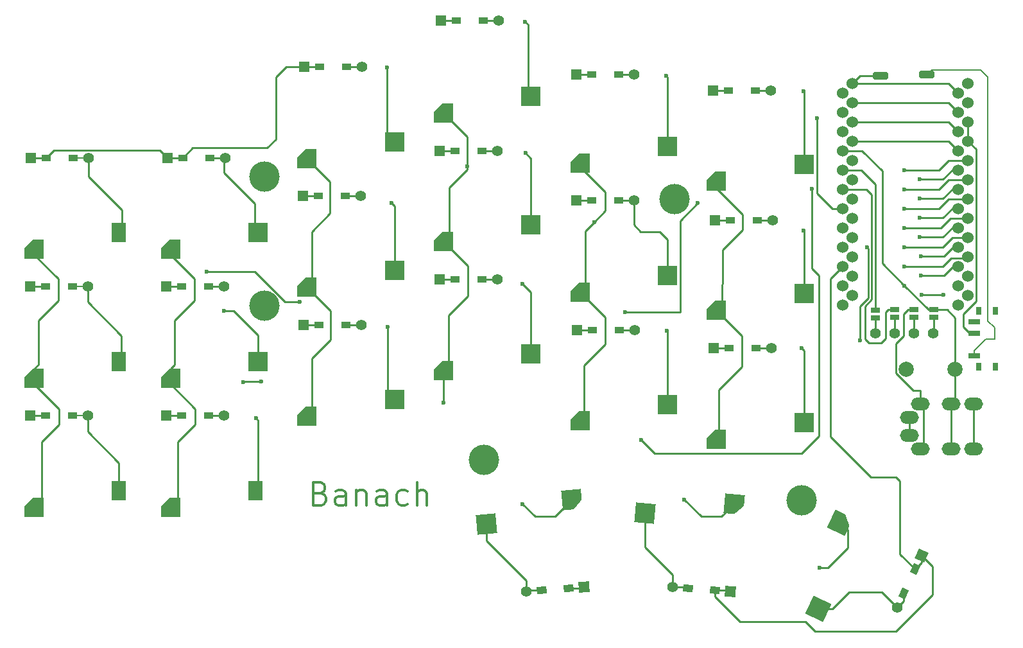
<source format=gtl>
%TF.GenerationSoftware,KiCad,Pcbnew,6.0.8-f2edbf62ab~116~ubuntu22.04.1*%
%TF.CreationDate,2022-10-26T10:02:15+11:00*%
%TF.ProjectId,banach,62616e61-6368-42e6-9b69-6361645f7063,rev1.0*%
%TF.SameCoordinates,Original*%
%TF.FileFunction,Copper,L1,Top*%
%TF.FilePolarity,Positive*%
%FSLAX46Y46*%
G04 Gerber Fmt 4.6, Leading zero omitted, Abs format (unit mm)*
G04 Created by KiCad (PCBNEW 6.0.8-f2edbf62ab~116~ubuntu22.04.1) date 2022-10-26 10:02:15*
%MOMM*%
%LPD*%
G01*
G04 APERTURE LIST*
G04 Aperture macros list*
%AMRoundRect*
0 Rectangle with rounded corners*
0 $1 Rounding radius*
0 $2 $3 $4 $5 $6 $7 $8 $9 X,Y pos of 4 corners*
0 Add a 4 corners polygon primitive as box body*
4,1,4,$2,$3,$4,$5,$6,$7,$8,$9,$2,$3,0*
0 Add four circle primitives for the rounded corners*
1,1,$1+$1,$2,$3*
1,1,$1+$1,$4,$5*
1,1,$1+$1,$6,$7*
1,1,$1+$1,$8,$9*
0 Add four rect primitives between the rounded corners*
20,1,$1+$1,$2,$3,$4,$5,0*
20,1,$1+$1,$4,$5,$6,$7,0*
20,1,$1+$1,$6,$7,$8,$9,0*
20,1,$1+$1,$8,$9,$2,$3,0*%
%AMRotRect*
0 Rectangle, with rotation*
0 The origin of the aperture is its center*
0 $1 length*
0 $2 width*
0 $3 Rotation angle, in degrees counterclockwise*
0 Add horizontal line*
21,1,$1,$2,0,0,$3*%
%AMOutline5P*
0 Free polygon, 5 corners , with rotation*
0 The origin of the aperture is its center*
0 number of corners: always 5*
0 $1 to $10 corner X, Y*
0 $11 Rotation angle, in degrees counterclockwise*
0 create outline with 5 corners*
4,1,5,$1,$2,$3,$4,$5,$6,$7,$8,$9,$10,$1,$2,$11*%
%AMOutline6P*
0 Free polygon, 6 corners , with rotation*
0 The origin of the aperture is its center*
0 number of corners: always 6*
0 $1 to $12 corner X, Y*
0 $13 Rotation angle, in degrees counterclockwise*
0 create outline with 6 corners*
4,1,6,$1,$2,$3,$4,$5,$6,$7,$8,$9,$10,$11,$12,$1,$2,$13*%
%AMOutline7P*
0 Free polygon, 7 corners , with rotation*
0 The origin of the aperture is its center*
0 number of corners: always 7*
0 $1 to $14 corner X, Y*
0 $15 Rotation angle, in degrees counterclockwise*
0 create outline with 7 corners*
4,1,7,$1,$2,$3,$4,$5,$6,$7,$8,$9,$10,$11,$12,$13,$14,$1,$2,$15*%
%AMOutline8P*
0 Free polygon, 8 corners , with rotation*
0 The origin of the aperture is its center*
0 number of corners: always 8*
0 $1 to $16 corner X, Y*
0 $17 Rotation angle, in degrees counterclockwise*
0 create outline with 8 corners*
4,1,8,$1,$2,$3,$4,$5,$6,$7,$8,$9,$10,$11,$12,$13,$14,$15,$16,$1,$2,$17*%
G04 Aperture macros list end*
%ADD10C,0.300000*%
%TA.AperFunction,NonConductor*%
%ADD11C,0.300000*%
%TD*%
%TA.AperFunction,ComponentPad*%
%ADD12R,1.397000X1.397000*%
%TD*%
%TA.AperFunction,SMDPad,CuDef*%
%ADD13R,1.300000X0.950000*%
%TD*%
%TA.AperFunction,ComponentPad*%
%ADD14C,1.397000*%
%TD*%
%TA.AperFunction,ComponentPad*%
%ADD15RotRect,1.397000X1.397000X185.000000*%
%TD*%
%TA.AperFunction,SMDPad,CuDef*%
%ADD16RotRect,1.300000X0.950000X185.000000*%
%TD*%
%TA.AperFunction,SMDPad,CuDef*%
%ADD17RotRect,1.300000X0.950000X175.000000*%
%TD*%
%TA.AperFunction,ComponentPad*%
%ADD18RotRect,1.397000X1.397000X175.000000*%
%TD*%
%TA.AperFunction,SMDPad,CuDef*%
%ADD19RotRect,1.300000X0.950000X245.000000*%
%TD*%
%TA.AperFunction,ComponentPad*%
%ADD20RotRect,1.397000X1.397000X245.000000*%
%TD*%
%TA.AperFunction,ComponentPad*%
%ADD21O,2.500000X1.700000*%
%TD*%
%TA.AperFunction,SMDPad,CuDef*%
%ADD22Outline5P,-1.300000X0.130000X-0.130000X1.300000X1.300000X1.300000X1.300000X-1.300000X-1.300000X-1.300000X0.000000*%
%TD*%
%TA.AperFunction,SMDPad,CuDef*%
%ADD23R,2.600000X2.600000*%
%TD*%
%TA.AperFunction,SMDPad,CuDef*%
%ADD24R,1.900000X2.600000*%
%TD*%
%TA.AperFunction,SMDPad,CuDef*%
%ADD25Outline5P,-1.300000X0.130000X-0.130000X1.300000X1.300000X1.300000X1.300000X-1.300000X-1.300000X-1.300000X185.000000*%
%TD*%
%TA.AperFunction,SMDPad,CuDef*%
%ADD26RotRect,2.600000X2.600000X185.000000*%
%TD*%
%TA.AperFunction,SMDPad,CuDef*%
%ADD27RotRect,2.600000X2.600000X175.000000*%
%TD*%
%TA.AperFunction,SMDPad,CuDef*%
%ADD28Outline5P,-1.300000X0.130000X-0.130000X1.300000X1.300000X1.300000X1.300000X-1.300000X-1.300000X-1.300000X175.000000*%
%TD*%
%TA.AperFunction,SMDPad,CuDef*%
%ADD29RotRect,2.600000X2.600000X245.000000*%
%TD*%
%TA.AperFunction,SMDPad,CuDef*%
%ADD30Outline5P,-1.300000X0.130000X-0.130000X1.300000X1.300000X1.300000X1.300000X-1.300000X-1.300000X-1.300000X245.000000*%
%TD*%
%TA.AperFunction,ComponentPad*%
%ADD31C,1.524000*%
%TD*%
%TA.AperFunction,SMDPad,CuDef*%
%ADD32R,1.143000X0.635000*%
%TD*%
%TA.AperFunction,ComponentPad*%
%ADD33C,2.000000*%
%TD*%
%TA.AperFunction,SMDPad,CuDef*%
%ADD34RoundRect,0.250000X-0.750000X0.250000X-0.750000X-0.250000X0.750000X-0.250000X0.750000X0.250000X0*%
%TD*%
%TA.AperFunction,SMDPad,CuDef*%
%ADD35R,0.800000X1.000000*%
%TD*%
%TA.AperFunction,SMDPad,CuDef*%
%ADD36R,1.500000X0.700000*%
%TD*%
%TA.AperFunction,SMDPad,CuDef*%
%ADD37RoundRect,0.250000X0.750000X-0.250000X0.750000X0.250000X-0.750000X0.250000X-0.750000X-0.250000X0*%
%TD*%
%TA.AperFunction,SMDPad,CuDef*%
%ADD38R,1.875000X2.600000*%
%TD*%
%TA.AperFunction,ComponentPad*%
%ADD39C,4.000000*%
%TD*%
%TA.AperFunction,ViaPad*%
%ADD40C,0.600000*%
%TD*%
%TA.AperFunction,Conductor*%
%ADD41C,0.250000*%
%TD*%
%TA.AperFunction,Conductor*%
%ADD42C,0.200000*%
%TD*%
G04 APERTURE END LIST*
D10*
D11*
X102438714Y-108497714D02*
X102867285Y-108640571D01*
X103010142Y-108783428D01*
X103153000Y-109069142D01*
X103153000Y-109497714D01*
X103010142Y-109783428D01*
X102867285Y-109926285D01*
X102581571Y-110069142D01*
X101438714Y-110069142D01*
X101438714Y-107069142D01*
X102438714Y-107069142D01*
X102724428Y-107212000D01*
X102867285Y-107354857D01*
X103010142Y-107640571D01*
X103010142Y-107926285D01*
X102867285Y-108212000D01*
X102724428Y-108354857D01*
X102438714Y-108497714D01*
X101438714Y-108497714D01*
X105724428Y-110069142D02*
X105724428Y-108497714D01*
X105581571Y-108212000D01*
X105295857Y-108069142D01*
X104724428Y-108069142D01*
X104438714Y-108212000D01*
X105724428Y-109926285D02*
X105438714Y-110069142D01*
X104724428Y-110069142D01*
X104438714Y-109926285D01*
X104295857Y-109640571D01*
X104295857Y-109354857D01*
X104438714Y-109069142D01*
X104724428Y-108926285D01*
X105438714Y-108926285D01*
X105724428Y-108783428D01*
X107153000Y-108069142D02*
X107153000Y-110069142D01*
X107153000Y-108354857D02*
X107295857Y-108212000D01*
X107581571Y-108069142D01*
X108010142Y-108069142D01*
X108295857Y-108212000D01*
X108438714Y-108497714D01*
X108438714Y-110069142D01*
X111153000Y-110069142D02*
X111153000Y-108497714D01*
X111010142Y-108212000D01*
X110724428Y-108069142D01*
X110153000Y-108069142D01*
X109867285Y-108212000D01*
X111153000Y-109926285D02*
X110867285Y-110069142D01*
X110153000Y-110069142D01*
X109867285Y-109926285D01*
X109724428Y-109640571D01*
X109724428Y-109354857D01*
X109867285Y-109069142D01*
X110153000Y-108926285D01*
X110867285Y-108926285D01*
X111153000Y-108783428D01*
X113867285Y-109926285D02*
X113581571Y-110069142D01*
X113010142Y-110069142D01*
X112724428Y-109926285D01*
X112581571Y-109783428D01*
X112438714Y-109497714D01*
X112438714Y-108640571D01*
X112581571Y-108354857D01*
X112724428Y-108212000D01*
X113010142Y-108069142D01*
X113581571Y-108069142D01*
X113867285Y-108212000D01*
X115153000Y-110069142D02*
X115153000Y-107069142D01*
X116438714Y-110069142D02*
X116438714Y-108497714D01*
X116295857Y-108212000D01*
X116010142Y-108069142D01*
X115581571Y-108069142D01*
X115295857Y-108212000D01*
X115153000Y-108354857D01*
D12*
%TO.P,D2,1*%
%TO.N,row0*%
X82194400Y-64312800D03*
D13*
X84229400Y-64312800D03*
D14*
%TO.P,D2,2*%
%TO.N,Net-(D2-Pad2)*%
X89814400Y-64312800D03*
D13*
X87779400Y-64312800D03*
%TD*%
D12*
%TO.P,D3,1*%
%TO.N,row0*%
X100279200Y-52273200D03*
D13*
X102314200Y-52273200D03*
%TO.P,D3,2*%
%TO.N,Net-(D3-Pad2)*%
X105864200Y-52273200D03*
D14*
X107899200Y-52273200D03*
%TD*%
D12*
%TO.P,D4,1*%
%TO.N,row0*%
X118262400Y-46228000D03*
D13*
X120297400Y-46228000D03*
D14*
%TO.P,D4,2*%
%TO.N,Net-(D4-Pad2)*%
X125882400Y-46228000D03*
D13*
X123847400Y-46228000D03*
%TD*%
%TO.P,D5,1*%
%TO.N,row0*%
X138229800Y-53289200D03*
D12*
X136194800Y-53289200D03*
D14*
%TO.P,D5,2*%
%TO.N,Net-(D5-Pad2)*%
X143814800Y-53289200D03*
D13*
X141779800Y-53289200D03*
%TD*%
%TO.P,D6,1*%
%TO.N,row0*%
X156213000Y-55422800D03*
D12*
X154178000Y-55422800D03*
D13*
%TO.P,D6,2*%
%TO.N,Net-(D6-Pad2)*%
X159763000Y-55422800D03*
D14*
X161798000Y-55422800D03*
%TD*%
D12*
%TO.P,D8,1*%
%TO.N,row1*%
X82092800Y-81229200D03*
D13*
X84127800Y-81229200D03*
D14*
%TO.P,D8,2*%
%TO.N,Net-(D8-Pad2)*%
X89712800Y-81229200D03*
D13*
X87677800Y-81229200D03*
%TD*%
D12*
%TO.P,D9,1*%
%TO.N,row1*%
X100076000Y-69342000D03*
D13*
X102111000Y-69342000D03*
D14*
%TO.P,D9,2*%
%TO.N,Net-(D9-Pad2)*%
X107696000Y-69342000D03*
D13*
X105661000Y-69342000D03*
%TD*%
D12*
%TO.P,D10,1*%
%TO.N,row1*%
X118160800Y-63347600D03*
D13*
X120195800Y-63347600D03*
%TO.P,D10,2*%
%TO.N,Net-(D10-Pad2)*%
X123745800Y-63347600D03*
D14*
X125780800Y-63347600D03*
%TD*%
D12*
%TO.P,D11,1*%
%TO.N,row1*%
X136144000Y-69900800D03*
D13*
X138179000Y-69900800D03*
D14*
%TO.P,D11,2*%
%TO.N,Net-(D11-Pad2)*%
X143764000Y-69900800D03*
D13*
X141729000Y-69900800D03*
%TD*%
D12*
%TO.P,D12,1*%
%TO.N,row1*%
X154482800Y-72491600D03*
D13*
X156517800Y-72491600D03*
D14*
%TO.P,D12,2*%
%TO.N,Net-(D12-Pad2)*%
X162102800Y-72491600D03*
D13*
X160067800Y-72491600D03*
%TD*%
D12*
%TO.P,D14,1*%
%TO.N,row2*%
X82092800Y-98247200D03*
D13*
X84127800Y-98247200D03*
D14*
%TO.P,D14,2*%
%TO.N,Net-(D14-Pad2)*%
X89712800Y-98247200D03*
D13*
X87677800Y-98247200D03*
%TD*%
D12*
%TO.P,D15,1*%
%TO.N,row2*%
X100177600Y-86309200D03*
D13*
X102212600Y-86309200D03*
%TO.P,D15,2*%
%TO.N,Net-(D15-Pad2)*%
X105762600Y-86309200D03*
D14*
X107797600Y-86309200D03*
%TD*%
D13*
%TO.P,D16,1*%
%TO.N,row2*%
X120195800Y-80314800D03*
D12*
X118160800Y-80314800D03*
D13*
%TO.P,D16,2*%
%TO.N,Net-(D16-Pad2)*%
X123745800Y-80314800D03*
D14*
X125780800Y-80314800D03*
%TD*%
D12*
%TO.P,D17,1*%
%TO.N,row2*%
X136245600Y-86969600D03*
D13*
X138280600Y-86969600D03*
%TO.P,D17,2*%
%TO.N,Net-(D17-Pad2)*%
X141830600Y-86969600D03*
D14*
X143865600Y-86969600D03*
%TD*%
D13*
%TO.P,D18,1*%
%TO.N,row2*%
X156314600Y-89357200D03*
D12*
X154279600Y-89357200D03*
D14*
%TO.P,D18,2*%
%TO.N,Net-(D18-Pad2)*%
X161899600Y-89357200D03*
D13*
X159864600Y-89357200D03*
%TD*%
D15*
%TO.P,D19,1*%
%TO.N,row3*%
X137145502Y-120825937D03*
D16*
X135118246Y-121003299D03*
%TO.P,D19,2*%
%TO.N,Net-(D19-Pad2)*%
X131581754Y-121312701D03*
D14*
X129554498Y-121490063D03*
%TD*%
D17*
%TO.P,D20,1*%
%TO.N,row3*%
X154422246Y-121312701D03*
D18*
X156449502Y-121490063D03*
D14*
%TO.P,D20,2*%
%TO.N,Net-(D20-Pad2)*%
X148858498Y-120825937D03*
D17*
X150885754Y-121003299D03*
%TD*%
D14*
%TO.P,D21,2*%
%TO.N,Net-(D21-Pad2)*%
X178475824Y-123595033D03*
D19*
X179335853Y-121750696D03*
%TO.P,D21,1*%
%TO.N,row3*%
X180836147Y-118533304D03*
D20*
X181696176Y-116688967D03*
%TD*%
D21*
%TO.P,J1,A*%
%TO.N,Net-(J1-PadA)*%
X180062600Y-100920000D03*
X180062600Y-98470000D03*
%TO.P,J1,B*%
%TO.N,data*%
X188562600Y-102670000D03*
X188562600Y-96720000D03*
%TO.P,J1,C*%
%TO.N,GND*%
X185562600Y-96720000D03*
X185562600Y-102670000D03*
%TO.P,J1,D*%
%TO.N,VCC*%
X181562600Y-96720000D03*
X181562600Y-102670000D03*
%TD*%
D22*
%TO.P,SW2,1*%
%TO.N,col1*%
X82635000Y-76350000D03*
D23*
%TO.P,SW2,2*%
%TO.N,Net-(D2-Pad2)*%
X94185000Y-74150000D03*
%TD*%
D22*
%TO.P,SW3,1*%
%TO.N,col2*%
X100635000Y-64350000D03*
D23*
%TO.P,SW3,2*%
%TO.N,Net-(D3-Pad2)*%
X112185000Y-62150000D03*
%TD*%
D22*
%TO.P,SW4,1*%
%TO.N,col3*%
X118635000Y-58350000D03*
D23*
%TO.P,SW4,2*%
%TO.N,Net-(D4-Pad2)*%
X130185000Y-56150000D03*
%TD*%
D22*
%TO.P,SW5,1*%
%TO.N,col4*%
X136635000Y-64970000D03*
D23*
%TO.P,SW5,2*%
%TO.N,Net-(D5-Pad2)*%
X148185000Y-62770000D03*
%TD*%
D22*
%TO.P,SW6,1*%
%TO.N,col5*%
X154635000Y-67350000D03*
D23*
%TO.P,SW6,2*%
%TO.N,Net-(D6-Pad2)*%
X166185000Y-65150000D03*
%TD*%
D22*
%TO.P,SW8,1*%
%TO.N,col1*%
X82635000Y-93350000D03*
D23*
%TO.P,SW8,2*%
%TO.N,Net-(D8-Pad2)*%
X94185000Y-91150000D03*
%TD*%
D22*
%TO.P,SW9,1*%
%TO.N,col2*%
X100635000Y-81350000D03*
D23*
%TO.P,SW9,2*%
%TO.N,Net-(D9-Pad2)*%
X112185000Y-79150000D03*
%TD*%
D22*
%TO.P,SW10,1*%
%TO.N,col3*%
X118635000Y-75350000D03*
D23*
%TO.P,SW10,2*%
%TO.N,Net-(D10-Pad2)*%
X130185000Y-73150000D03*
%TD*%
D22*
%TO.P,SW11,1*%
%TO.N,col4*%
X136635000Y-81970000D03*
D23*
%TO.P,SW11,2*%
%TO.N,Net-(D11-Pad2)*%
X148185000Y-79770000D03*
%TD*%
D22*
%TO.P,SW12,1*%
%TO.N,col5*%
X154635000Y-84350000D03*
D23*
%TO.P,SW12,2*%
%TO.N,Net-(D12-Pad2)*%
X166185000Y-82150000D03*
%TD*%
D22*
%TO.P,SW14,1*%
%TO.N,col1*%
X82635000Y-110350000D03*
D24*
%TO.P,SW14,2*%
%TO.N,Net-(D14-Pad2)*%
X93810000Y-108150000D03*
%TD*%
D22*
%TO.P,SW15,1*%
%TO.N,col2*%
X100635000Y-98350000D03*
D23*
%TO.P,SW15,2*%
%TO.N,Net-(D15-Pad2)*%
X112185000Y-96150000D03*
%TD*%
D22*
%TO.P,SW16,1*%
%TO.N,col3*%
X118635000Y-92350000D03*
D23*
%TO.P,SW16,2*%
%TO.N,Net-(D16-Pad2)*%
X130185000Y-90150000D03*
%TD*%
D22*
%TO.P,SW17,1*%
%TO.N,col4*%
X136635000Y-98975000D03*
D23*
%TO.P,SW17,2*%
%TO.N,Net-(D17-Pad2)*%
X148185000Y-96775000D03*
%TD*%
D22*
%TO.P,SW18,1*%
%TO.N,col5*%
X154635000Y-101350000D03*
D23*
%TO.P,SW18,2*%
%TO.N,Net-(D18-Pad2)*%
X166185000Y-99150000D03*
%TD*%
D25*
%TO.P,SW19,1*%
%TO.N,col3*%
X135585961Y-109357206D03*
D26*
%TO.P,SW19,2*%
%TO.N,Net-(D19-Pad2)*%
X124271655Y-112555484D03*
%TD*%
D27*
%TO.P,SW20,2*%
%TO.N,Net-(D20-Pad2)*%
X145245323Y-111113056D03*
D28*
%TO.P,SW20,1*%
%TO.N,col4*%
X156943114Y-109928077D03*
%TD*%
D29*
%TO.P,SW21,2*%
%TO.N,Net-(D21-Pad2)*%
X168110180Y-123770878D03*
D30*
%TO.P,SW21,1*%
%TO.N,col5*%
X170997543Y-112373263D03*
%TD*%
D31*
%TO.P,U1,1*%
%TO.N,LED*%
X171270000Y-55719400D03*
X187816400Y-54449400D03*
%TO.P,U1,2*%
%TO.N,data*%
X187816400Y-56989400D03*
X171270000Y-58259400D03*
%TO.P,U1,3*%
%TO.N,GND*%
X187816400Y-59529400D03*
X171270000Y-60799400D03*
%TO.P,U1,4*%
X187816400Y-62069400D03*
X171270000Y-63339400D03*
%TO.P,U1,5*%
%TO.N,SDA*%
X171270000Y-65879400D03*
X187816400Y-64609400D03*
%TO.P,U1,6*%
%TO.N,SCL*%
X171270000Y-68419400D03*
X187816400Y-67149400D03*
%TO.P,U1,7*%
%TO.N,row0*%
X171270000Y-70959400D03*
X187816400Y-69689400D03*
%TO.P,U1,8*%
%TO.N,row1*%
X171270000Y-73499400D03*
X187816400Y-72229400D03*
%TO.P,U1,9*%
%TO.N,row2*%
X187816400Y-74769400D03*
X171270000Y-76039400D03*
%TO.P,U1,10*%
%TO.N,row3*%
X187816400Y-77309400D03*
X171270000Y-78579400D03*
%TO.P,U1,11*%
%TO.N,N/C*%
X187816400Y-79849400D03*
X171270000Y-81119400D03*
%TO.P,U1,12*%
X187816400Y-82389400D03*
X171270000Y-83659400D03*
%TO.P,U1,13*%
X172596400Y-82389400D03*
X186510000Y-83659400D03*
%TO.P,U1,14*%
X172596400Y-79849400D03*
X186510000Y-81119400D03*
%TO.P,U1,15*%
%TO.N,col5*%
X186510000Y-78579400D03*
X172596400Y-77309400D03*
%TO.P,U1,16*%
%TO.N,col4*%
X186510000Y-76039400D03*
X172596400Y-74769400D03*
%TO.P,U1,17*%
%TO.N,col3*%
X186510000Y-73499400D03*
X172596400Y-72229400D03*
%TO.P,U1,18*%
%TO.N,col2*%
X186510000Y-70959400D03*
X172596400Y-69689400D03*
%TO.P,U1,19*%
%TO.N,col1*%
X186510000Y-68419400D03*
X172596400Y-67149400D03*
%TO.P,U1,20*%
%TO.N,col0*%
X172596400Y-64609400D03*
X186510000Y-65879400D03*
%TO.P,U1,21*%
%TO.N,VCC*%
X186510000Y-63339400D03*
X172596400Y-62069400D03*
%TO.P,U1,22*%
%TO.N,reset*%
X186510000Y-60799400D03*
X172596400Y-59529400D03*
%TO.P,U1,23*%
%TO.N,GND*%
X172596400Y-56989400D03*
X186510000Y-58259400D03*
%TO.P,U1,24*%
%TO.N,Net-(U1-Pad24)*%
X186510000Y-55719400D03*
X172596400Y-54449400D03*
%TD*%
D32*
%TO.P,JP65,1*%
%TO.N,VCC*%
X180720000Y-84297020D03*
%TO.P,JP65,2*%
%TO.N,Net-(U1-Pad11)*%
X180720000Y-85297780D03*
%TD*%
D14*
%TO.P,J2,1*%
%TO.N,Net-(U1-Pad14)*%
X175580000Y-87457400D03*
%TO.P,J2,2*%
%TO.N,Net-(U1-Pad13)*%
X178120000Y-87457400D03*
%TO.P,J2,3*%
%TO.N,Net-(U1-Pad11)*%
X180660000Y-87457400D03*
%TO.P,J2,4*%
%TO.N,Net-(U1-Pad12)*%
X183200000Y-87457400D03*
%TD*%
D32*
%TO.P,JP63,1*%
%TO.N,SCL*%
X178120000Y-84317020D03*
%TO.P,JP63,2*%
%TO.N,Net-(U1-Pad13)*%
X178120000Y-85317780D03*
%TD*%
%TO.P,JP61,1*%
%TO.N,SDA*%
X175580000Y-84347020D03*
%TO.P,JP61,2*%
%TO.N,Net-(U1-Pad14)*%
X175580000Y-85347780D03*
%TD*%
%TO.P,JP68,1*%
%TO.N,GND*%
X183290000Y-84287420D03*
%TO.P,JP68,2*%
%TO.N,Net-(U1-Pad12)*%
X183290000Y-85288180D03*
%TD*%
D33*
%TO.P,RSW1,1*%
%TO.N,GND*%
X186150000Y-92150000D03*
%TO.P,RSW1,2*%
%TO.N,reset*%
X179650000Y-92150000D03*
%TD*%
D13*
%TO.P,D14,1*%
%TO.N,row2*%
X66133800Y-98251200D03*
D12*
X64098800Y-98251200D03*
D14*
%TO.P,D14,2*%
%TO.N,N/C*%
X71718800Y-98251200D03*
D13*
X69683800Y-98251200D03*
%TD*%
D34*
%TO.P,-ve,1*%
%TO.N,N/C*%
X182390000Y-53340000D03*
%TD*%
D35*
%TO.P,POWER,*%
%TO.N,*%
X189275000Y-91790000D03*
X191485000Y-84490000D03*
X191485000Y-91790000D03*
X189275000Y-84490000D03*
D36*
%TO.P,POWER,1*%
%TO.N,N/C*%
X188625000Y-90390000D03*
%TO.P,POWER,2*%
%TO.N,GND*%
X188625000Y-87390000D03*
%TO.P,POWER,3*%
%TO.N,N/C*%
X188625000Y-85890000D03*
%TD*%
D12*
%TO.P,D2,1*%
%TO.N,row0*%
X64200400Y-64316800D03*
D13*
X66235400Y-64316800D03*
%TO.P,D2,2*%
%TO.N,N/C*%
X69785400Y-64316800D03*
D14*
X71820400Y-64316800D03*
%TD*%
D37*
%TO.P,+ve,1*%
%TO.N,Net-(U1-Pad24)*%
X176280000Y-53430000D03*
%TD*%
D22*
%TO.P,SW2,1*%
%TO.N,col0*%
X64641000Y-76354000D03*
D38*
%TO.P,SW2,2*%
%TO.N,N/C*%
X75816000Y-74154000D03*
%TD*%
D12*
%TO.P,D8,1*%
%TO.N,row1*%
X64098800Y-81233200D03*
D13*
X66133800Y-81233200D03*
D14*
%TO.P,D8,2*%
%TO.N,N/C*%
X71718800Y-81233200D03*
D13*
X69683800Y-81233200D03*
%TD*%
D22*
%TO.P,SW8,1*%
%TO.N,col0*%
X64641000Y-93354000D03*
D38*
%TO.P,SW8,2*%
%TO.N,N/C*%
X75816000Y-91154000D03*
%TD*%
D22*
%TO.P,SW14,1*%
%TO.N,col0*%
X64641000Y-110354000D03*
D38*
%TO.P,SW14,2*%
%TO.N,N/C*%
X75816000Y-108154000D03*
%TD*%
D39*
%TO.P,h6,h6*%
%TO.N,N/C*%
X95000000Y-66802000D03*
%TD*%
%TO.P,h7,h7*%
%TO.N,N/C*%
X149100000Y-69700000D03*
%TD*%
%TO.P,h4,h4*%
%TO.N,N/C*%
X123952000Y-104140000D03*
%TD*%
%TO.P,h3,h3*%
%TO.N,N/C*%
X165862000Y-109474000D03*
%TD*%
%TO.P,h5,h5*%
%TO.N,N/C*%
X95000000Y-83820000D03*
%TD*%
D40*
%TO.N,col5*%
X168215907Y-118296093D03*
%TO.N,col4*%
X150418039Y-109357206D03*
%TO.N,col3*%
X129060886Y-109928077D03*
%TO.N,Net-(D19-Pad2)*%
X124271655Y-112555484D03*
%TO.N,Net-(D20-Pad2)*%
X145245323Y-111113056D03*
%TO.N,Net-(D21-Pad2)*%
X168110180Y-123770878D03*
%TO.N,*%
X75750000Y-91110000D03*
X75800000Y-74100000D03*
X75790000Y-108000000D03*
%TO.N,row0*%
X179450000Y-70959400D03*
X167900000Y-59040000D03*
%TO.N,row1*%
X179450000Y-73499400D03*
%TO.N,Net-(D2-Pad2)*%
X94185000Y-74150000D03*
%TO.N,row2*%
X174505490Y-76039400D03*
X179450000Y-76039400D03*
X173543700Y-88310000D03*
%TO.N,Net-(D3-Pad2)*%
X112185000Y-62150000D03*
X111150400Y-52374800D03*
%TO.N,row3*%
X179450000Y-78579400D03*
%TO.N,Net-(D4-Pad2)*%
X129387600Y-46329600D03*
X130185000Y-56150000D03*
%TO.N,Net-(D5-Pad2)*%
X148031200Y-53441600D03*
X148185000Y-62770000D03*
%TO.N,Net-(D6-Pad2)*%
X166116000Y-55524400D03*
X166185000Y-65150000D03*
%TO.N,Net-(D8-Pad2)*%
X94185000Y-91150000D03*
X89662000Y-84455000D03*
%TO.N,Net-(D9-Pad2)*%
X112185000Y-79150000D03*
X111760000Y-70205600D03*
%TO.N,Net-(D10-Pad2)*%
X130185000Y-73150000D03*
X129489200Y-63652400D03*
%TO.N,Net-(D11-Pad2)*%
X148185000Y-79770000D03*
%TO.N,Net-(D12-Pad2)*%
X166185000Y-82150000D03*
X166116000Y-73863200D03*
%TO.N,Net-(D14-Pad2)*%
X94185000Y-108150000D03*
X93878400Y-98602800D03*
%TO.N,Net-(D15-Pad2)*%
X112185000Y-96150000D03*
X111302800Y-86614000D03*
%TO.N,Net-(D16-Pad2)*%
X130185000Y-90150000D03*
X129082800Y-80873600D03*
%TO.N,Net-(D17-Pad2)*%
X148185000Y-96775000D03*
X148132800Y-87071200D03*
%TO.N,Net-(D18-Pad2)*%
X166185000Y-99150000D03*
X165912800Y-89408000D03*
%TO.N,GND*%
X188625000Y-87390000D03*
X179450000Y-81117400D03*
%TO.N,col0*%
X99670000Y-83270000D03*
X142560000Y-84600000D03*
X152187742Y-70272258D03*
X64641000Y-110354000D03*
X64641000Y-93354000D03*
X87400000Y-79310000D03*
X181482000Y-67105400D03*
X64650000Y-76250000D03*
%TO.N,col1*%
X94589600Y-93776800D03*
X144723000Y-101473000D03*
X181482000Y-69645400D03*
X167233600Y-68333600D03*
X82635000Y-110350000D03*
X92252800Y-93878400D03*
X82635000Y-93350000D03*
X82635000Y-76350000D03*
%TO.N,col2*%
X100635000Y-64350000D03*
X181482000Y-72185400D03*
X100635000Y-81350000D03*
X100635000Y-98350000D03*
%TO.N,col3*%
X118635000Y-96525000D03*
X181482000Y-74725400D03*
X118635000Y-58350000D03*
X118635000Y-92350000D03*
X118635000Y-75350000D03*
X121767600Y-65430400D03*
%TO.N,col4*%
X136635000Y-98975000D03*
X136635000Y-64970000D03*
X181609000Y-77265400D03*
X136635000Y-81970000D03*
X138531600Y-72745600D03*
%TO.N,col5*%
X154635000Y-101350000D03*
X154635000Y-67350000D03*
X154635000Y-84350000D03*
X181609000Y-79805400D03*
%TO.N,reset*%
X184610000Y-82320000D03*
X181736000Y-82320000D03*
%TO.N,SCL*%
X179450000Y-68419400D03*
%TO.N,SDA*%
X179450000Y-65879400D03*
%TD*%
D41*
%TO.N,col3*%
X129060886Y-109928077D02*
X130700452Y-111567643D01*
X130700452Y-111567643D02*
X133375524Y-111567643D01*
X133375524Y-111567643D02*
X135585961Y-109357206D01*
%TO.N,col4*%
X150418039Y-109357206D02*
X152628476Y-111567643D01*
X152628476Y-111567643D02*
X155303548Y-111567643D01*
X155303548Y-111567643D02*
X156943114Y-109928077D01*
%TO.N,col5*%
X168215907Y-118296093D02*
X169381160Y-118296093D01*
X171975776Y-113351496D02*
X170997543Y-112373263D01*
X169381160Y-118296093D02*
X171975776Y-115701477D01*
X171975776Y-115701477D02*
X171975776Y-113351496D01*
%TO.N,row3*%
X171270000Y-78579400D02*
X169645000Y-80204400D01*
X169645000Y-80204400D02*
X169645000Y-101025000D01*
X169645000Y-101025000D02*
X175046000Y-106426000D01*
X175046000Y-106426000D02*
X178308000Y-106426000D01*
X178308000Y-106426000D02*
X178816000Y-106934000D01*
X178816000Y-106934000D02*
X178816000Y-116513157D01*
X178816000Y-116513157D02*
X180836147Y-118533304D01*
X154422246Y-121312701D02*
X154422246Y-122164246D01*
X154422246Y-122164246D02*
X157734000Y-125476000D01*
X157734000Y-125476000D02*
X166370000Y-125476000D01*
X166370000Y-125476000D02*
X167640000Y-126746000D01*
X183134000Y-118126791D02*
X181696176Y-116688967D01*
X167640000Y-126746000D02*
X178308000Y-126746000D01*
X178308000Y-126746000D02*
X183134000Y-121920000D01*
X183134000Y-121920000D02*
X183134000Y-118126791D01*
%TO.N,Net-(D21-Pad2)*%
X168110180Y-123770878D02*
X169947018Y-123770878D01*
X169947018Y-123770878D02*
X172153104Y-121564792D01*
X172153104Y-121564792D02*
X176445583Y-121564792D01*
X176445583Y-121564792D02*
X178475824Y-123595033D01*
%TO.N,Net-(D20-Pad2)*%
X145245323Y-111113056D02*
X145245323Y-115647075D01*
X145245323Y-115647075D02*
X148858498Y-119260250D01*
X148858498Y-119260250D02*
X148858498Y-120825937D01*
%TO.N,Net-(D19-Pad2)*%
X124271655Y-112555484D02*
X124271655Y-114762480D01*
X124271655Y-114762480D02*
X129554498Y-120045323D01*
X129554498Y-120045323D02*
X129554498Y-121490063D01*
X131581754Y-121312701D02*
X129731860Y-121312701D01*
X129731860Y-121312701D02*
X129554498Y-121490063D01*
%TO.N,row3*%
X135118246Y-121003299D02*
X136968140Y-121003299D01*
X136968140Y-121003299D02*
X137145502Y-120825937D01*
%TO.N,Net-(D20-Pad2)*%
X148858498Y-120825937D02*
X150708392Y-120825937D01*
X150708392Y-120825937D02*
X150885754Y-121003299D01*
%TO.N,row3*%
X154422246Y-121312701D02*
X156272140Y-121312701D01*
X156272140Y-121312701D02*
X156449502Y-121490063D01*
%TO.N,Net-(D21-Pad2)*%
X179335853Y-121750696D02*
X179335853Y-122735004D01*
X179335853Y-122735004D02*
X178475824Y-123595033D01*
%TO.N,row3*%
X181696176Y-116688967D02*
X181696176Y-117673275D01*
X181696176Y-117673275D02*
X180836147Y-118533304D01*
D42*
%TO.N,*%
X182390000Y-53340000D02*
X183060000Y-52670000D01*
X69785400Y-64316800D02*
X71820400Y-64316800D01*
D41*
X75750000Y-91110000D02*
X76130000Y-90730000D01*
X76191000Y-73709000D02*
X76191000Y-71141000D01*
X75800000Y-74100000D02*
X76191000Y-73709000D01*
X71718800Y-83308800D02*
X71718800Y-81233200D01*
X71820400Y-66770400D02*
X71820400Y-64316800D01*
X76191000Y-71141000D02*
X71820400Y-66770400D01*
D42*
X190470000Y-85770000D02*
X191320000Y-86620000D01*
X188625000Y-89705000D02*
X188625000Y-90390000D01*
D41*
X76130000Y-90730000D02*
X76130000Y-87720000D01*
D42*
X190470000Y-53670000D02*
X190470000Y-85770000D01*
X189470000Y-52670000D02*
X190470000Y-53670000D01*
X190180000Y-88150000D02*
X188625000Y-89705000D01*
D41*
X76130000Y-87720000D02*
X71718800Y-83308800D01*
D42*
X191320000Y-88150000D02*
X190180000Y-88150000D01*
D41*
X71718800Y-100386800D02*
X71718800Y-98251200D01*
D42*
X191320000Y-86620000D02*
X191320000Y-88150000D01*
D41*
X75816000Y-104484000D02*
X71718800Y-100386800D01*
D42*
X69683800Y-81233200D02*
X71718800Y-81233200D01*
X69683800Y-98251200D02*
X71718800Y-98251200D01*
X183060000Y-52670000D02*
X189470000Y-52670000D01*
D41*
X75816000Y-108154000D02*
X75816000Y-104484000D01*
%TO.N,row0*%
X96520000Y-53644800D02*
X97891600Y-52273200D01*
X118262400Y-46228000D02*
X120297400Y-46228000D01*
X154178000Y-55422800D02*
X156213000Y-55422800D01*
X138229800Y-53289200D02*
X136194800Y-53289200D01*
X85550200Y-62992000D02*
X84229400Y-64312800D01*
X169916300Y-70959400D02*
X171270000Y-70959400D01*
X66235400Y-64316800D02*
X64200400Y-64316800D01*
X185248000Y-69689400D02*
X183978000Y-70959400D01*
X102314200Y-52273200D02*
X100279200Y-52273200D01*
X167900000Y-68943100D02*
X169916300Y-70959400D01*
X96520000Y-53644800D02*
X96520000Y-61849000D01*
X95377000Y-62992000D02*
X85550200Y-62992000D01*
X167900000Y-59040000D02*
X167900000Y-68943100D01*
X81174900Y-63293300D02*
X82194400Y-64312800D01*
X97891600Y-52273200D02*
X100279200Y-52273200D01*
X67258900Y-63293300D02*
X81174900Y-63293300D01*
X96520000Y-61849000D02*
X95377000Y-62992000D01*
X187816400Y-69689400D02*
X185248000Y-69689400D01*
X84229400Y-64312800D02*
X82194400Y-64312800D01*
X66235400Y-64316800D02*
X67258900Y-63293300D01*
X183978000Y-70959400D02*
X179450000Y-70959400D01*
%TO.N,row1*%
X187816400Y-72229400D02*
X185502000Y-72229400D01*
X184232000Y-73499400D02*
X179450000Y-73499400D01*
X138179000Y-69900800D02*
X136144000Y-69900800D01*
X185502000Y-72229400D02*
X184232000Y-73499400D01*
X102111000Y-69342000D02*
X100076000Y-69342000D01*
X120195800Y-63347600D02*
X118160800Y-63347600D01*
X66133800Y-81233200D02*
X64098800Y-81233200D01*
X84127800Y-81229200D02*
X82092800Y-81229200D01*
X156517800Y-72491600D02*
X154482800Y-72491600D01*
%TO.N,Net-(D2-Pad2)*%
X89662000Y-66294000D02*
X89662000Y-64465200D01*
X93726000Y-70358000D02*
X89662000Y-66294000D01*
X93726000Y-73691000D02*
X93726000Y-70358000D01*
X94185000Y-74150000D02*
X93726000Y-73691000D01*
X89662000Y-64465200D02*
X89814400Y-64312800D01*
X87779400Y-64312800D02*
X89814400Y-64312800D01*
%TO.N,row2*%
X156314600Y-89357200D02*
X154279600Y-89357200D01*
X174680470Y-76214380D02*
X174505490Y-76039400D01*
X184486000Y-76039400D02*
X179450000Y-76039400D01*
X173557200Y-83874482D02*
X174680470Y-82751212D01*
X84127800Y-98247200D02*
X82092800Y-98247200D01*
X185756000Y-74769400D02*
X184486000Y-76039400D01*
X138280600Y-86969600D02*
X136245600Y-86969600D01*
X173557200Y-83874482D02*
X173557200Y-88296500D01*
X187816400Y-74769400D02*
X185756000Y-74769400D01*
X173557200Y-88296500D02*
X173543700Y-88310000D01*
X120195800Y-80314800D02*
X118160800Y-80314800D01*
X66133800Y-98251200D02*
X64098800Y-98251200D01*
X174680470Y-82751212D02*
X174680470Y-76214380D01*
X102212600Y-86309200D02*
X100177600Y-86309200D01*
%TO.N,Net-(D3-Pad2)*%
X111150400Y-61115400D02*
X112185000Y-62150000D01*
X105864200Y-52273200D02*
X107899200Y-52273200D01*
X111150400Y-52374800D02*
X111150400Y-61115400D01*
%TO.N,row3*%
X187633401Y-77492399D02*
X187816400Y-77309400D01*
X185573001Y-77492399D02*
X187633401Y-77492399D01*
X179450000Y-78579400D02*
X184486000Y-78579400D01*
X184486000Y-78579400D02*
X185573001Y-77492399D01*
%TO.N,Net-(D4-Pad2)*%
X129794000Y-46736000D02*
X129794000Y-55759000D01*
X129794000Y-55759000D02*
X130185000Y-56150000D01*
X129387600Y-46329600D02*
X129794000Y-46736000D01*
X123847400Y-46228000D02*
X125882400Y-46228000D01*
%TO.N,Net-(D5-Pad2)*%
X148185000Y-53595400D02*
X148185000Y-62770000D01*
X148031200Y-53441600D02*
X148185000Y-53595400D01*
X141779800Y-53289200D02*
X143814800Y-53289200D01*
%TO.N,Net-(D6-Pad2)*%
X166185000Y-55593400D02*
X166116000Y-55524400D01*
X159763000Y-55422800D02*
X161798000Y-55422800D01*
X166185000Y-65150000D02*
X166185000Y-55593400D01*
%TO.N,Net-(D8-Pad2)*%
X87677800Y-81229200D02*
X89712800Y-81229200D01*
X94185000Y-87708000D02*
X94185000Y-91150000D01*
X90932000Y-84455000D02*
X94185000Y-87708000D01*
X89662000Y-84455000D02*
X90932000Y-84455000D01*
%TO.N,Net-(D9-Pad2)*%
X111760000Y-70205600D02*
X112185000Y-70630600D01*
X105661000Y-69342000D02*
X107696000Y-69342000D01*
X112185000Y-70630600D02*
X112185000Y-79150000D01*
%TO.N,Net-(D10-Pad2)*%
X130185000Y-64348200D02*
X130185000Y-73150000D01*
X123745800Y-63347600D02*
X125780800Y-63347600D01*
X129489200Y-63652400D02*
X130185000Y-64348200D01*
%TO.N,Net-(D11-Pad2)*%
X143764000Y-69900800D02*
X143764000Y-73152000D01*
X148185000Y-75033000D02*
X148185000Y-79770000D01*
X144653000Y-74041000D02*
X147193000Y-74041000D01*
X147193000Y-74041000D02*
X148185000Y-75033000D01*
X143764000Y-73152000D02*
X144653000Y-74041000D01*
X141729000Y-69900800D02*
X143764000Y-69900800D01*
%TO.N,Net-(D12-Pad2)*%
X166185000Y-73932200D02*
X166185000Y-82150000D01*
X166116000Y-73863200D02*
X166185000Y-73932200D01*
X160067800Y-72491600D02*
X162102800Y-72491600D01*
%TO.N,Net-(D14-Pad2)*%
X94185000Y-98909400D02*
X94185000Y-108150000D01*
X87677800Y-98247200D02*
X89712800Y-98247200D01*
X93878400Y-98602800D02*
X94185000Y-98909400D01*
%TO.N,Net-(D15-Pad2)*%
X111302800Y-95267800D02*
X112185000Y-96150000D01*
X111302800Y-86614000D02*
X111302800Y-95267800D01*
X105762600Y-86309200D02*
X107797600Y-86309200D01*
%TO.N,Net-(D16-Pad2)*%
X123745800Y-80314800D02*
X125780800Y-80314800D01*
X130185000Y-81975800D02*
X130185000Y-90150000D01*
X129082800Y-80873600D02*
X130185000Y-81975800D01*
%TO.N,Net-(D17-Pad2)*%
X148185000Y-87123400D02*
X148185000Y-96775000D01*
X141830600Y-86969600D02*
X143865600Y-86969600D01*
X148132800Y-87071200D02*
X148185000Y-87123400D01*
%TO.N,Net-(D18-Pad2)*%
X166185000Y-89680200D02*
X166185000Y-99150000D01*
X165912800Y-89408000D02*
X166185000Y-89680200D01*
X159864600Y-89357200D02*
X161899600Y-89357200D01*
%TO.N,GND*%
X173872000Y-63339400D02*
X171270000Y-63339400D01*
X188020000Y-87390000D02*
X187190000Y-86560000D01*
X187190000Y-86560000D02*
X187190000Y-84900000D01*
X188903400Y-83186600D02*
X188903400Y-63156400D01*
X188625000Y-87390000D02*
X188020000Y-87390000D01*
X185240000Y-56989400D02*
X186510000Y-58259400D01*
X187190000Y-84900000D02*
X188903400Y-83186600D01*
X186150000Y-87350000D02*
X186150000Y-92150000D01*
X182620020Y-84287420D02*
X179450000Y-81117400D01*
X172596400Y-56989400D02*
X185240000Y-56989400D01*
X179450000Y-81117400D02*
X176552010Y-78219410D01*
X185087420Y-84287420D02*
X186150000Y-85350000D01*
X176552010Y-66019410D02*
X173872000Y-63339400D01*
X186150000Y-96132600D02*
X185562600Y-96720000D01*
X187816400Y-59529400D02*
X187816400Y-62069400D01*
X188903400Y-63156400D02*
X187816400Y-62069400D01*
X185562600Y-96720000D02*
X185562600Y-102670000D01*
X186150000Y-85350000D02*
X186150000Y-87350000D01*
X176552010Y-78219410D02*
X176552010Y-66019410D01*
X183290000Y-84287420D02*
X182620020Y-84287420D01*
X183290000Y-84287420D02*
X185087420Y-84287420D01*
X186150000Y-92150000D02*
X186150000Y-96132600D01*
%TO.N,VCC*%
X179310000Y-84885520D02*
X179898500Y-84297020D01*
X181562600Y-94972600D02*
X181562600Y-96720000D01*
X178325000Y-88775000D02*
X179310000Y-87790000D01*
X179898500Y-84297020D02*
X180720000Y-84297020D01*
X181562600Y-96720000D02*
X181956600Y-97114000D01*
X181956600Y-102276000D02*
X181562600Y-102670000D01*
X179310000Y-87790000D02*
X179310000Y-84885520D01*
X180598767Y-94972600D02*
X178325000Y-92698833D01*
X178325000Y-92698833D02*
X178325000Y-88775000D01*
X185240000Y-62069400D02*
X186510000Y-63339400D01*
X181956600Y-97114000D02*
X181956600Y-102276000D01*
X181562600Y-94972600D02*
X180598767Y-94972600D01*
X172596400Y-62069400D02*
X185240000Y-62069400D01*
%TO.N,col0*%
X185756000Y-65879400D02*
X184530000Y-67105400D01*
X186383000Y-65879400D02*
X185756000Y-65879400D01*
X184530000Y-67105400D02*
X181482000Y-67105400D01*
X67908800Y-97387600D02*
X67908800Y-99470400D01*
X65165600Y-91545600D02*
X64641000Y-92070200D01*
X99670000Y-83270000D02*
X97738047Y-83270000D01*
X149880000Y-72580000D02*
X149880000Y-84560000D01*
X67807200Y-80217200D02*
X67807200Y-83112800D01*
X149840000Y-84600000D02*
X142560000Y-84600000D01*
X93778047Y-79310000D02*
X87400000Y-79310000D01*
X152187742Y-70272258D02*
X149880000Y-72580000D01*
X67807200Y-83112800D02*
X65165600Y-85754400D01*
X64641000Y-93354000D02*
X64641000Y-94119800D01*
X64641000Y-77051000D02*
X67807200Y-80217200D01*
X64641000Y-94119800D02*
X67908800Y-97387600D01*
X65622800Y-101756400D02*
X65622800Y-109372200D01*
X65622800Y-109372200D02*
X64641000Y-110354000D01*
X97738047Y-83270000D02*
X93778047Y-79310000D01*
X149880000Y-84560000D02*
X149840000Y-84600000D01*
X65165600Y-85754400D02*
X65165600Y-91545600D01*
X64641000Y-92070200D02*
X64641000Y-93354000D01*
X64641000Y-76354000D02*
X64641000Y-77051000D01*
X67908800Y-99470400D02*
X65622800Y-101756400D01*
%TO.N,col1*%
X184530000Y-69645400D02*
X181482000Y-69645400D01*
X185756000Y-68419400D02*
X184530000Y-69645400D01*
X186383000Y-68419400D02*
X185756000Y-68419400D01*
X144723000Y-101473000D02*
X146525001Y-103275001D01*
X82635000Y-92066200D02*
X82635000Y-93350000D01*
X92252800Y-93878400D02*
X92354400Y-93776800D01*
X85902800Y-97383600D02*
X85902800Y-99466400D01*
X82635000Y-93350000D02*
X82635000Y-94115800D01*
X165837999Y-103275001D02*
X168148000Y-100965000D01*
X85801200Y-80213200D02*
X85801200Y-83108800D01*
X168148000Y-100965000D02*
X168148000Y-79806800D01*
X85801200Y-83108800D02*
X83159600Y-85750400D01*
X168148000Y-79806800D02*
X167233600Y-78892400D01*
X85902800Y-99466400D02*
X83616800Y-101752400D01*
X82635000Y-76350000D02*
X82635000Y-77047000D01*
X83159600Y-85750400D02*
X83159600Y-91541600D01*
X83159600Y-91541600D02*
X82635000Y-92066200D01*
X82635000Y-94115800D02*
X85902800Y-97383600D01*
X83616800Y-109368200D02*
X82635000Y-110350000D01*
X83616800Y-101752400D02*
X83616800Y-109368200D01*
X82635000Y-77047000D02*
X85801200Y-80213200D01*
X167233600Y-78892400D02*
X167233600Y-68333600D01*
X146525001Y-103275001D02*
X165837999Y-103275001D01*
X92354400Y-93776800D02*
X94589600Y-93776800D01*
%TO.N,col2*%
X184530000Y-72185400D02*
X181482000Y-72185400D01*
X186383000Y-70959400D02*
X185756000Y-70959400D01*
X185756000Y-70959400D02*
X184530000Y-72185400D01*
X101295200Y-97689800D02*
X100635000Y-98350000D01*
X101295200Y-74015600D02*
X101295200Y-80689800D01*
X101295200Y-80689800D02*
X100635000Y-81350000D01*
X103733600Y-84448600D02*
X103733600Y-88290400D01*
X101295200Y-90728800D02*
X101295200Y-97689800D01*
X100635000Y-81350000D02*
X103733600Y-84448600D01*
X100635000Y-64350000D02*
X103682800Y-67397800D01*
X103733600Y-88290400D02*
X101295200Y-90728800D01*
X103682800Y-71628000D02*
X101295200Y-74015600D01*
X103682800Y-67397800D02*
X103682800Y-71628000D01*
%TO.N,col3*%
X184530000Y-74725400D02*
X181482000Y-74725400D01*
X185756000Y-73499400D02*
X184530000Y-74725400D01*
X186383000Y-73499400D02*
X185756000Y-73499400D01*
X119278400Y-85090000D02*
X119278400Y-91706600D01*
X118635000Y-75350000D02*
X121818400Y-78533400D01*
X121767600Y-65836800D02*
X119380000Y-68224400D01*
X119278400Y-91706600D02*
X118635000Y-92350000D01*
X121818400Y-82550000D02*
X119278400Y-85090000D01*
X121767600Y-65430400D02*
X121767600Y-65836800D01*
X118635000Y-58350000D02*
X121767600Y-61482600D01*
X119380000Y-68224400D02*
X119380000Y-74605000D01*
X119380000Y-74605000D02*
X118635000Y-75350000D01*
X118635000Y-92350000D02*
X118635000Y-96525000D01*
X121767600Y-61482600D02*
X121767600Y-65430400D01*
X121818400Y-78533400D02*
X121818400Y-82550000D01*
%TO.N,col4*%
X137160000Y-91694000D02*
X137160000Y-98450000D01*
X138531600Y-72745600D02*
X137312400Y-73964800D01*
X140004800Y-88849200D02*
X137160000Y-91694000D01*
X136635000Y-65464200D02*
X140004800Y-68834000D01*
X185883000Y-76039400D02*
X184657000Y-77265400D01*
X140004800Y-68834000D02*
X140004800Y-71272400D01*
X186510000Y-76039400D02*
X185883000Y-76039400D01*
X136635000Y-81970000D02*
X140004800Y-85339800D01*
X140004800Y-85339800D02*
X140004800Y-88849200D01*
X137312400Y-73964800D02*
X137312400Y-81292600D01*
X140004800Y-71272400D02*
X138531600Y-72745600D01*
X184657000Y-77265400D02*
X181609000Y-77265400D01*
X137160000Y-98450000D02*
X136635000Y-98975000D01*
X137312400Y-81292600D02*
X136635000Y-81970000D01*
X136635000Y-64970000D02*
X136635000Y-65464200D01*
%TO.N,col5*%
X184657000Y-79805400D02*
X181609000Y-79805400D01*
X185883000Y-78579400D02*
X184657000Y-79805400D01*
X186510000Y-78579400D02*
X185883000Y-78579400D01*
X154940000Y-101045000D02*
X154635000Y-101350000D01*
X158089600Y-73812400D02*
X155498800Y-76403200D01*
X154940000Y-94843600D02*
X154940000Y-101045000D01*
X154635000Y-84378600D02*
X157988000Y-87731600D01*
X154635000Y-68325800D02*
X158089600Y-71780400D01*
X157988000Y-91795600D02*
X154940000Y-94843600D01*
X155397200Y-80975200D02*
X155397200Y-83587800D01*
X154635000Y-84350000D02*
X154635000Y-84378600D01*
X155397200Y-83587800D02*
X154635000Y-84350000D01*
X157988000Y-87731600D02*
X157988000Y-91795600D01*
X155498800Y-76403200D02*
X155498800Y-80873600D01*
X158089600Y-71780400D02*
X158089600Y-73812400D01*
X155498800Y-80873600D02*
X155397200Y-80975200D01*
X154635000Y-67350000D02*
X154635000Y-68325800D01*
%TO.N,data*%
X188562600Y-96720000D02*
X188562600Y-102670000D01*
%TO.N,reset*%
X185240000Y-59529400D02*
X186510000Y-60799400D01*
X172596400Y-59529400D02*
X185240000Y-59529400D01*
X183260000Y-82320000D02*
X184610000Y-82320000D01*
X181736000Y-82320000D02*
X183260000Y-82320000D01*
%TO.N,SCL*%
X176950000Y-84665520D02*
X176950000Y-88117400D01*
X174728000Y-88695400D02*
X174243000Y-88210400D01*
X174243000Y-88210400D02*
X174243000Y-83824400D01*
X176950000Y-88117400D02*
X176372000Y-88695400D01*
X177298500Y-84317020D02*
X176950000Y-84665520D01*
X187816400Y-67149400D02*
X185248000Y-67149400D01*
X176372000Y-88695400D02*
X174728000Y-88695400D01*
X174452000Y-68419400D02*
X171270000Y-68419400D01*
X175129990Y-82937410D02*
X175129990Y-69097390D01*
X178120000Y-84317020D02*
X177298500Y-84317020D01*
X175129990Y-69097390D02*
X174452000Y-68419400D01*
X174243000Y-83824400D02*
X175129990Y-82937410D01*
X185248000Y-67149400D02*
X183978000Y-68419400D01*
X183978000Y-68419400D02*
X179450000Y-68419400D01*
%TO.N,SDA*%
X173712000Y-65879400D02*
X171270000Y-65879400D01*
X175580000Y-67747400D02*
X173712000Y-65879400D01*
X185248000Y-64609400D02*
X183978000Y-65879400D01*
X187816400Y-64609400D02*
X185248000Y-64609400D01*
X183978000Y-65879400D02*
X179450000Y-65879400D01*
X175580000Y-84347020D02*
X175580000Y-67747400D01*
%TO.N,Net-(U1-Pad14)*%
X175580000Y-85347780D02*
X175580000Y-87457400D01*
%TO.N,Net-(U1-Pad13)*%
X178120000Y-85317780D02*
X178120000Y-87457400D01*
%TO.N,Net-(U1-Pad12)*%
X183290000Y-85288180D02*
X183290000Y-87367400D01*
X183290000Y-87367400D02*
X183200000Y-87457400D01*
%TO.N,Net-(U1-Pad11)*%
X180720000Y-85297780D02*
X180720000Y-87397400D01*
X180720000Y-87397400D02*
X180660000Y-87457400D01*
%TO.N,Net-(J1-PadA)*%
X180062600Y-100920000D02*
X180062600Y-98470000D01*
%TO.N,Net-(U1-Pad24)*%
X185240000Y-54449400D02*
X172596400Y-54449400D01*
X185240000Y-54449400D02*
X186510000Y-55719400D01*
X172596400Y-54449400D02*
X173615800Y-53430000D01*
X173615800Y-53430000D02*
X176280000Y-53430000D01*
%TD*%
M02*

</source>
